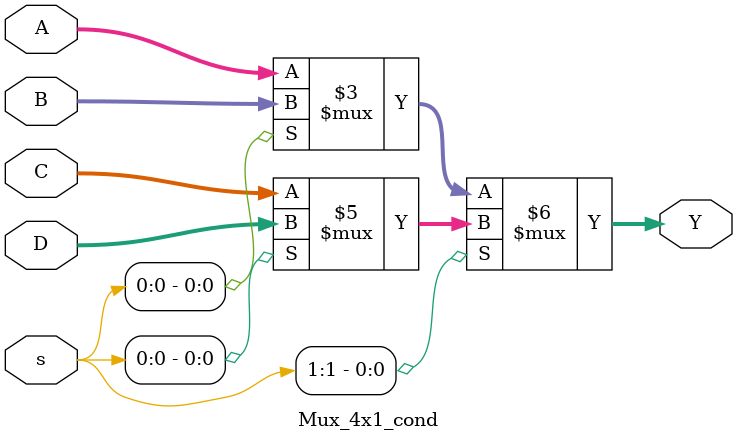
<source format=v>

module Mux_4x1_cond #(parameter Width = 2) (
	input [Width-1:0] A,B,C,D,
	input [1:0] s,
	output [Width-1:0] Y);

assign Y = ~s[1] ? (~s[0] ? A : B) : (~s[0] ? C : D);

endmodule

</source>
